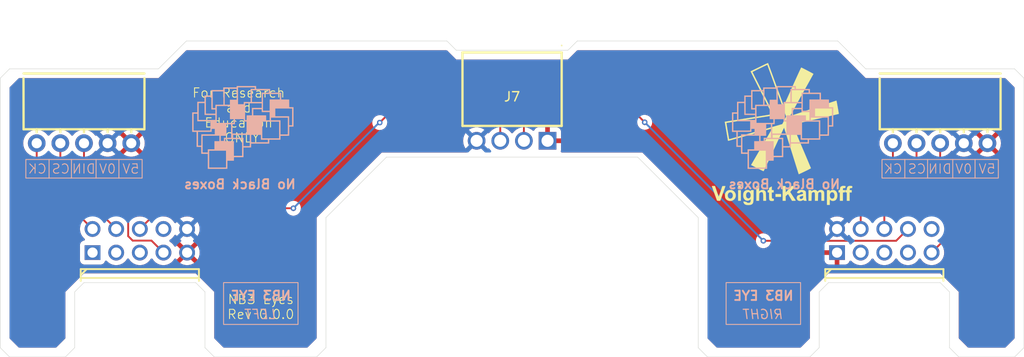
<source format=kicad_pcb>
(kicad_pcb (version 20240108) (generator "pcbnew") (generator_version "8.0")
  (title_block (title "NB3 Eye PCB") (date "2025-01-23") (rev "0.0.1") (company "Voight-Kampff"))
  (layers (0 "F.Cu" signal) (31 "B.Cu" signal) (34 "B.Paste" user) (35 "F.Paste" user) (36 "B.SilkS" user "B.Silkscreen") (37 "F.SilkS" user "F.Silkscreen") (38 "B.Mask" user) (39 "F.Mask" user) (44 "Edge.Cuts" user))
  (net 0 "")
  (net 1 "/rA")
  (net 2 "+5V")
  (net 3 "/rB")
  (net 4 "/rC")
  (net 5 "/rH")
  (net 6 "/rG")
  (net 7 "GND")
  (net 8 "/rF")
  (net 9 "/rD")
  (net 10 "/lA")
  (net 11 "/lG")
  (net 12 "/lB")
  (net 13 "/lC")
  (net 14 "/rE")
  (net 15 "/lD")
  (net 16 "/lH")
  (net 17 "/lE")
  (net 18 "/lF")
  (footprint "NB3_eyes:SocketHeader_Female_TH_Side_1x5_C2897387" (layer "F.Cu") (at 211.08001 85.979997 180)
    (property "Reference" "J4" (hide yes))
    (property "Value" "Socket_1x5_side" (hide yes))
    (pad "1" thru_hole circle (at -5.08001 0 180) (size 1.9 1.9) (drill 1.100025) (layers "*.Cu" "*.Mask") (net 2 "+5V"))
    (pad "2" thru_hole circle (at -2.540005 0 180) (size 1.9 1.9) (drill 1.100025) (layers "*.Cu" "*.Mask") (net 7 "GND"))
    (pad "3" thru_hole circle (at 0 0 180) (size 1.9 1.9) (drill 1.100025) (layers "*.Cu" "*.Mask") (net 9 "/rD"))
    (pad "4" thru_hole circle (at 2.540005 0 180) (size 1.9 1.9) (drill 1.100025) (layers "*.Cu" "*.Mask") (net 8 "/rF"))
    (pad "5" thru_hole circle (at 5.08001 0 180) (size 1.9 1.9) (drill 1.100025) (layers "*.Cu" "*.Mask") (net 14 "/rE"))
  )
  (footprint "NB3_eyes:PinHeader_Male_TH_Side_2x5_C60563" (layer "F.Cu") (at 125.08001 96.479997)
    (property "Reference" "J1" (hide yes))
    (property "Value" "2x5_Pin_Header_side" (hide yes))
    (pad "1" thru_hole rect (at -5.08001 1.270003) (size 1.7 1.574803) (drill 1.100025) (layers "*.Cu" "*.Mask") (net 10 "/lA"))
    (pad "2" thru_hole circle (at -5.08001 -1.270003) (size 1.7 1.7) (drill 1.100025) (layers "*.Cu" "*.Mask") (net 17 "/lE"))
    (pad "3" thru_hole circle (at -2.540005 1.270003) (size 1.7 1.7) (drill 1.100025) (layers "*.Cu" "*.Mask") (net 12 "/lB"))
    (pad "4" thru_hole circle (at -2.540005 -1.270003) (size 1.7 1.7) (drill 1.100025) (layers "*.Cu" "*.Mask") (net 18 "/lF"))
    (pad "5" thru_hole circle (at 0 1.270003) (size 1.7 1.7) (drill 1.100025) (layers "*.Cu" "*.Mask") (net 13 "/lC"))
    (pad "6" thru_hole circle (at 0 -1.270003) (size 1.7 1.7) (drill 1.100025) (layers "*.Cu" "*.Mask") (net 11 "/lG"))
    (pad "7" thru_hole circle (at 2.540005 1.270003) (size 1.7 1.7) (drill 1.100025) (layers "*.Cu" "*.Mask") (net 15 "/lD"))
    (pad "8" thru_hole circle (at 2.540005 -1.270003) (size 1.7 1.7) (drill 1.100025) (layers "*.Cu" "*.Mask") (net 16 "/lH"))
    (pad "9" thru_hole circle (at 5.08001 1.270003) (size 1.7 1.7) (drill 1.100025) (layers "*.Cu" "*.Mask") (net 2 "+5V"))
    (pad "10" thru_hole circle (at 5.08001 -1.270003) (size 1.7 1.7) (drill 1.100025) (layers "*.Cu" "*.Mask") (net 7 "GND"))
  )
  (footprint "NB3_eyes:Logo_VK_15mm" (layer "F.Cu") (at 194.08001 84.979997)
    (property "Reference" "G***" (hide yes))
    (property "Value" "LOGO" (hide yes))
  )
  (footprint "NB3_eyes:PinHeader_Male_TH_Side_2x5_C60563" (layer "F.Cu") (at 205.08001 96.479997)
    (property "Reference" "J2" (hide yes))
    (property "Value" "2x5_Pin_Header_side" (hide yes))
    (pad "1" thru_hole rect (at -5.08001 1.270003) (size 1.7 1.574803) (drill 1.100025) (layers "*.Cu" "*.Mask") (net 2 "+5V"))
    (pad "2" thru_hole circle (at -5.08001 -1.270003) (size 1.7 1.7) (drill 1.100025) (layers "*.Cu" "*.Mask") (net 7 "GND"))
    (pad "3" thru_hole circle (at -2.540005 1.270003) (size 1.7 1.7) (drill 1.100025) (layers "*.Cu" "*.Mask") (net 1 "/rA"))
    (pad "4" thru_hole circle (at -2.540005 -1.270003) (size 1.7 1.7) (drill 1.100025) (layers "*.Cu" "*.Mask") (net 14 "/rE"))
    (pad "5" thru_hole circle (at 0 1.270003) (size 1.7 1.7) (drill 1.100025) (layers "*.Cu" "*.Mask") (net 3 "/rB"))
    (pad "6" thru_hole circle (at 0 -1.270003) (size 1.7 1.7) (drill 1.100025) (layers "*.Cu" "*.Mask") (net 8 "/rF"))
    (pad "7" thru_hole circle (at 2.540005 1.270003) (size 1.7 1.7) (drill 1.100025) (layers "*.Cu" "*.Mask") (net 4 "/rC"))
    (pad "8" thru_hole circle (at 2.540005 -1.270003) (size 1.7 1.7) (drill 1.100025) (layers "*.Cu" "*.Mask") (net 6 "/rG"))
    (pad "9" thru_hole circle (at 5.08001 1.270003) (size 1.7 1.7) (drill 1.100025) (layers "*.Cu" "*.Mask") (net 9 "/rD"))
    (pad "10" thru_hole circle (at 5.08001 -1.270003) (size 1.7 1.7) (drill 1.100025) (layers "*.Cu" "*.Mask") (net 5 "/rH"))
  )
  (footprint "NB3_eyes:SocketHeader_Female_TH_Side_1x5_C2897387" (layer "F.Cu") (at 119.08001 85.979997 180)
    (property "Reference" "J3" (hide yes))
    (property "Value" "Socket_1x5_side" (hide yes))
    (pad "1" thru_hole circle (at -5.08001 0 180) (size 1.9 1.9) (drill 1.100025) (layers "*.Cu" "*.Mask") (net 2 "+5V"))
    (pad "2" thru_hole circle (at -2.540005 0 180) (size 1.9 1.9) (drill 1.100025) (layers "*.Cu" "*.Mask") (net 7 "GND"))
    (pad "3" thru_hole circle (at 0 0 180) (size 1.9 1.9) (drill 1.100025) (layers "*.Cu" "*.Mask") (net 15 "/lD"))
    (pad "4" thru_hole circle (at 2.540005 0 180) (size 1.9 1.9) (drill 1.100025) (layers "*.Cu" "*.Mask") (net 18 "/lF"))
    (pad "5" thru_hole circle (at 5.08001 0 180) (size 1.9 1.9) (drill 1.100025) (layers "*.Cu" "*.Mask") (net 17 "/lE"))
  )
  (footprint "NB3_eyes:SocketHeader_Female_TH_Side_1x4_C5252508" (layer "F.Cu") (at 165.080023 85.718485 180)
    (property "Reference" "J7" (at 0.000012 4.738488 0) (layer "F.SilkS"))
    (property "Value" "Socket_1x4_Side")
    (pad "1" thru_hole rect (at -3.810008 0 180) (size 1.9 1.9) (drill 1.300025) (layers "*.Cu" "*.Mask") (net 2 "+5V"))
    (pad "2" thru_hole circle (at -1.270003 0 180) (size 1.9 1.9) (drill 1.300025) (layers "*.Cu" "*.Mask") (net 6 "/rG"))
    (pad "3" thru_hole circle (at 1.270003 0 180) (size 1.9 1.9) (drill 1.300025) (layers "*.Cu" "*.Mask") (net 11 "/lG"))
    (pad "4" thru_hole circle (at 3.810008 0 180) (size 1.9 1.9) (drill 1.300025) (layers "*.Cu" "*.Mask") (net 7 "GND"))
  )
  (footprint "NB3_eyes:Logo_NBB_15mm" (layer "B.Cu") (at 194.08001 83.979997 180)
    (property "Reference" "G***" (hide yes))
    (property "Value" "LOGO" (hide yes))
  )
  (footprint "NB3_eyes:Logo_NBB_15mm" (layer "B.Cu") (at 136.08001 83.979997 180)
    (property "Reference" "G***" (hide yes))
    (property "Value" "LOGO" (hide yes))
  )
  (gr_line (start 115.33001 89.729997) (end 115.33001 87.729997) (stroke (width 0.1)) (layer "B.SilkS"))
  (gr_rect (start 134.08001 100.979997) (end 142.08001 105.479997) (stroke (width 0.1)) (fill none) (layer "B.SilkS"))
  (gr_rect (start 188.08001 100.979997) (end 196.08001 105.479997) (stroke (width 0.1)) (fill none) (layer "B.SilkS"))
  (gr_line (start 209.73001 89.729997) (end 209.73001 87.729997) (stroke (width 0.1)) (layer "B.SilkS"))
  (gr_line (start 117.73001 89.729997) (end 117.73001 87.729997) (stroke (width 0.1)) (layer "B.SilkS"))
  (gr_line (start 214.83001 89.729997) (end 214.83001 87.729997) (stroke (width 0.1)) (layer "B.SilkS"))
  (gr_line (start 207.28001 89.729997) (end 207.28001 87.729997) (stroke (width 0.1)) (layer "B.SilkS"))
  (gr_line (start 120.38001 89.729997) (end 120.38001 87.729997) (stroke (width 0.1)) (layer "B.SilkS"))
  (gr_line (start 122.83001 89.729997) (end 122.83001 87.729997) (stroke (width 0.1)) (layer "B.SilkS"))
  (gr_line (start 212.43001 89.729997) (end 212.43001 87.729997) (stroke (width 0.1)) (layer "B.SilkS"))
  (gr_rect (start 204.83001 87.729997) (end 217.33001 89.729997) (stroke (width 0.1)) (fill none) (layer "B.SilkS"))
  (gr_rect (start 112.83001 87.729997) (end 125.33001 89.729997) (stroke (width 0.1)) (fill none) (layer "B.SilkS"))
  (gr_line (start 145.08001 107.979997) (end 144.08001 108.979997) (stroke (width 0.05)) (layer "Edge.Cuts"))
  (gr_line (start 178.58001 87.479997) (end 185.08001 93.979997) (stroke (width 0.05)) (layer "Edge.Cuts"))
  (gr_line (start 145.08001 93.979997) (end 151.58001 87.479997) (stroke (width 0.05)) (layer "Edge.Cuts"))
  (gr_line (start 111.08001 77.979997) (end 127.08001 77.979997) (stroke (width 0.05)) (layer "Edge.Cuts"))
  (gr_line (start 220.08001 78.979997) (end 220.08001 107.979997) (stroke (width 0.05)) (layer "Edge.Cuts"))
  (gr_line (start 127.08001 77.979997) (end 130.08001 74.979997) (stroke (width 0.05)) (layer "Edge.Cuts"))
  (gr_line (start 111.08001 108.979997) (end 117.08001 108.979997) (stroke (width 0.05)) (layer "Edge.Cuts"))
  (gr_line (start 119.08001 100.979997) (end 118.08001 101.979997) (stroke (width 0.05)) (layer "Edge.Cuts"))
  (gr_line (start 131.08001 100.979997) (end 119.08001 100.979997) (stroke (width 0.05)) (layer "Edge.Cuts"))
  (gr_line (start 199.08001 100.979997) (end 211.08001 100.979997) (stroke (width 0.05)) (layer "Edge.Cuts"))
  (gr_line (start 185.08001 107.979997) (end 186.08001 108.979997) (stroke (width 0.05)) (layer "Edge.Cuts"))
  (gr_line (start 159.080011 75.979997) (end 171.080011 75.979997) (stroke (width 0.05)) (layer "Edge.Cuts"))
  (gr_line (start 133.08001 108.979997) (end 132.08001 107.979997) (stroke (width 0.05)) (layer "Edge.Cuts"))
  (gr_line (start 110.08001 78.979997) (end 110.08001 107.979997) (stroke (width 0.05)) (layer "Edge.Cuts"))
  (gr_line (start 185.08001 93.979997) (end 185.08001 107.979997) (stroke (width 0.05)) (layer "Edge.Cuts"))
  (gr_line (start 172.080009 74.979997) (end 200.08001 74.979997) (stroke (width 0.05)) (layer "Edge.Cuts"))
  (gr_line (start 197.08001 108.979997) (end 198.08001 107.979997) (stroke (width 0.05)) (layer "Edge.Cuts"))
  (gr_line (start 158.080011 74.979997) (end 130.08001 74.979997) (stroke (width 0.05)) (layer "Edge.Cuts"))
  (gr_line (start 219.08001 77.979997) (end 220.08001 78.979997) (stroke (width 0.05)) (layer "Edge.Cuts"))
  (gr_line (start 203.08001 77.979997) (end 200.08001 74.979997) (stroke (width 0.05)) (layer "Edge.Cuts"))
  (gr_line (start 219.08001 108.979997) (end 213.08001 108.979997) (stroke (width 0.05)) (layer "Edge.Cuts"))
  (gr_line (start 144.08001 108.979997) (end 133.08001 108.979997) (stroke (width 0.05)) (layer "Edge.Cuts"))
  (gr_line (start 186.08001 108.979997) (end 197.08001 108.979997) (stroke (width 0.05)) (layer "Edge.Cuts"))
  (gr_line (start 198.08001 101.979997) (end 199.08001 100.979997) (stroke (width 0.05)) (layer "Edge.Cuts"))
  (gr_line (start 171.080011 75.979997) (end 172.080011 74.979997) (stroke (width 0.05)) (layer "Edge.Cuts"))
  (gr_line (start 111.08001 77.979997) (end 110.08001 78.979997) (stroke (width 0.05)) (layer "Edge.Cuts"))
  (gr_line (start 118.08001 101.979997) (end 118.08001 107.979997) (stroke (width 0.05)) (layer "Edge.Cuts"))
  (gr_line (start 198.08001 107.979997) (end 198.08001 101.979997) (stroke (width 0.05)) (layer "Edge.Cuts"))
  (gr_line (start 132.08001 101.979997) (end 131.08001 100.979997) (stroke (width 0.05)) (layer "Edge.Cuts"))
  (gr_line (start 212.08001 101.979997) (end 212.08001 107.979997) (stroke (width 0.05)) (layer "Edge.Cuts"))
  (gr_line (start 132.08001 107.979997) (end 132.08001 101.979997) (stroke (width 0.05)) (layer "Edge.Cuts"))
  (gr_line (start 151.58001 87.479997) (end 178.58001 87.479997) (stroke (width 0.05)) (layer "Edge.Cuts"))
  (gr_line (start 212.08001 107.979997) (end 213.08001 108.979997) (stroke (width 0.05)) (layer "Edge.Cuts"))
  (gr_line (start 110.08001 107.979997) (end 111.08001 108.979997) (stroke (width 0.05)) (layer "Edge.Cuts"))
  (gr_line (start 211.08001 100.979997) (end 212.08001 101.979997) (stroke (width 0.05)) (layer "Edge.Cuts"))
  (gr_line (start 118.08001 107.979997) (end 117.08001 108.979997) (stroke (width 0.05)) (layer "Edge.Cuts"))
  (gr_line (start 220.08001 107.979997) (end 219.08001 108.979997) (stroke (width 0.05)) (layer "Edge.Cuts"))
  (gr_line (start 219.08001 77.979997) (end 203.08001 77.979997) (stroke (width 0.05)) (layer "Edge.Cuts"))
  (gr_line (start 145.08001 93.979997) (end 145.08001 107.979997) (stroke (width 0.05)) (layer "Edge.Cuts"))
  (gr_line (start 159.080011 75.979997) (end 158.080011 74.979997) (stroke (width 0.05)) (layer "Edge.Cuts"))
  (gr_text "CS" (at 209.63001 89.329997 0) (layer "B.SilkS") (effects (font (size 1 1) (thickness 0.1)) (justify left bottom mirror)))
  (gr_text "0V" (at 214.58001 89.329997 0) (layer "B.SilkS") (effects (font (size 1 1) (thickness 0.1)) (justify left bottom mirror)))
  (gr_text "5V" (at 217.08001 89.329997 0) (layer "B.SilkS") (effects (font (size 1 1) (thickness 0.1)) (justify left bottom mirror)))
  (gr_text "0V" (at 122.58001 89.329997 -0) (layer "B.SilkS") (effects (font (size 1 1) (thickness 0.1)) (justify left bottom mirror)))
  (gr_text "DIN" (at 120.38001 89.329997 -0) (layer "B.SilkS") (effects (font (size 1 1) (thickness 0.1)) (justify left bottom mirror)))
  (gr_text "CK" (at 115.13001 89.329997 -0) (layer "B.SilkS") (effects (font (size 1 1) (thickness 0.1)) (justify left bottom mirror)))
  (gr_text "LEFT" (at 138.08001 104.979997 0) (layer "B.SilkS") (effects (font (size 1 1) (thickness 0.125) (italic yes)) (justify bottom mirror)))
  (gr_text "CS" (at 117.63001 89.329997 -0) (layer "B.SilkS") (effects (font (size 1 1) (thickness 0.1)) (justify left bottom mirror)))
  (gr_text "NB3 EYE" (at 192.08001 102.979997 0) (layer "B.SilkS") (effects (font (size 1 1) (thickness 0.2) (bold yes)) (justify bottom mirror)))
  (gr_text "CK" (at 207.08001 89.329997 0) (layer "B.SilkS") (effects (font (size 1 1) (thickness 0.1)) (justify left bottom mirror)))
  (gr_text "DIN" (at 212.38001 89.329997 0) (layer "B.SilkS") (effects (font (size 1 1) (thickness 0.1)) (justify left bottom mirror)))
  (gr_text "NB3 EYE" (at 138.08001 102.979997 -0) (layer "B.SilkS") (effects (font (size 1 1) (thickness 0.2) (bold yes)) (justify bottom mirror)))
  (gr_text "RIGHT" (at 192.08001 104.979997 0) (layer "B.SilkS") (effects (font (size 1 1) (thickness 0.125) (italic yes)) (justify bottom mirror)))
  (gr_text "No Black Boxes" (at 135.83001 90.979997 0) (layer "B.SilkS") (effects (font (size 1 1) (thickness 0.2) (bold yes)) (justify bottom mirror)))
  (gr_text "5V" (at 125.08001 89.329997 -0) (layer "B.SilkS") (effects (font (size 1 1) (thickness 0.1)) (justify left bottom mirror)))
  (gr_text "No Black Boxes" (at 194.33001 90.979997 0) (layer "B.SilkS") (effects (font (size 1 1) (thickness 0.2) (bold yes)) (justify bottom mirror)))
  (gr_text "NB3 Eyes\nRev 0.0.0" (at 138.08001 104.979997 0) (layer "F.SilkS") (effects (font (size 1 1) (thickness 0.1)) (justify bottom)))
  (gr_text "For Research \nand \nEducation \nONLY" (at 136.08001 85.979997 0) (layer "F.SilkS") (effects (font (size 1 1) (thickness 0.1)) (justify bottom)))
  (segment (start 206.350012 96.479997) (end 192.08001 96.479997) (width 0.2) (layer "F.Cu") (net 6))
  (segment (start 179.33001 83.729997) (end 177.83001 82.229997) (width 0.2) (layer "F.Cu") (net 6))
  (segment (start 168.08001 82.229997) (end 166.350026 83.959981) (width 0.2) (layer "F.Cu") (net 6))
  (segment (start 207.620015 95.209994) (end 206.350012 96.479997) (width 0.2) (layer "F.Cu") (net 6))
  (segment (start 166.350026 83.959981) (end 166.350026 85.718485) (width 0.2) (layer "F.Cu") (net 6))
  (segment (start 177.83001 82.229997) (end 168.08001 82.229997) (width 0.2) (layer "F.Cu") (net 6))
  (via (at 179.33001 83.729997) (size 0.6) (drill 0.3) (layers "F.Cu" "B.Cu") (net 6))
  (via (at 192.08001 96.479997) (size 0.6) (drill 0.3) (layers "F.Cu" "B.Cu") (net 6))
  (segment (start 179.33001 83.729997) (end 192.08001 96.479997) (width 0.2) (layer "B.Cu") (net 6))
  (segment (start 208.540005 89.770002) (end 205.08001 93.229997) (width 0.2) (layer "F.Cu") (net 8))
  (segment (start 205.08001 93.229997) (end 205.08001 95.209994) (width 0.2) (layer "F.Cu") (net 8))
  (segment (start 208.540005 85.979997) (end 208.540005 89.770002) (width 0.2) (layer "F.Cu") (net 8))
  (segment (start 211.83001 96.08001) (end 210.16002 97.75) (width 0.2) (layer "F.Cu") (net 9))
  (segment (start 211.08001 85.979997) (end 211.08001 93.729997) (width 0.2) (layer "F.Cu") (net 9))
  (segment (start 211.08001 93.729997) (end 211.83001 94.479997) (width 0.2) (layer "F.Cu") (net 9))
  (segment (start 211.83001 94.479997) (end 211.83001 96.08001) (width 0.2) (layer "F.Cu") (net 9))
  (segment (start 141.64251 92.979997) (end 141.58001 92.979997) (width 0.2) (layer "F.Cu") (net 11))
  (segment (start 163.81002 85.718485) (end 163.81002 83.960007) (width 0.2) (layer "F.Cu") (net 11))
  (segment (start 162.08001 82.229997) (end 152.39251 82.229997) (width 0.2) (layer "F.Cu") (net 11))
  (segment (start 163.81002 83.960007) (end 162.08001 82.229997) (width 0.2) (layer "F.Cu") (net 11))
  (segment (start 152.39251 82.229997) (end 150.86126 83.761247) (width 0.2) (layer "F.Cu") (net 11))
  (segment (start 127.310007 92.979997) (end 125.08001 95.209994) (width 0.2) (layer "F.Cu") (net 11))
  (segment (start 141.58001 92.979997) (end 127.310007 92.979997) (width 0.2) (layer "F.Cu") (net 11))
  (via (at 150.86126 83.761247) (size 0.6) (drill 0.3) (layers "F.Cu" "B.Cu") (net 11))
  (via (at 141.58001 92.979997) (size 0.6) (drill 0.3) (layers "F.Cu" "B.Cu") (net 11))
  (segment (start 150.86126 83.761247) (end 150.79876 83.761247) (width 0.2) (layer "B.Cu") (net 11))
  (segment (start 150.79876 83.761247) (end 141.58001 92.979997) (width 0.2) (layer "B.Cu") (net 11))
  (segment (start 202.540005 93.270002) (end 202.540005 95.209994) (width 0.2) (layer "F.Cu") (net 14))
  (segment (start 206 85.979997) (end 206 89.810007) (width 0.2) (layer "F.Cu") (net 14))
  (segment (start 206 89.810007) (end 202.540005 93.270002) (width 0.2) (layer "F.Cu") (net 14))
  (segment (start 124.310008 96.459995) (end 126.33001 96.459995) (width 0.2) (layer "F.Cu") (net 15))
  (segment (start 119.08001 85.979997) (end 119.08001 89.479997) (width 0.2) (layer "F.Cu") (net 15))
  (segment (start 119.08001 89.479997) (end 123.83001 94.229997) (width 0.2) (layer "F.Cu") (net 15))
  (segment (start 126.33001 96.459995) (end 127.620015 97.75) (width 0.2) (layer "F.Cu") (net 15))
  (segment (start 123.83001 95.979997) (end 124.310008 96.459995) (width 0.2) (layer "F.Cu") (net 15))
  (segment (start 123.83001 94.229997) (end 123.83001 95.979997) (width 0.2) (layer "F.Cu") (net 15))
  (segment (start 114 85.979997) (end 114 89.209994) (width 0.2) (layer "F.Cu") (net 17))
  (segment (start 114 89.209994) (end 120 95.209994) (width 0.2) (layer "F.Cu") (net 17))
  (segment (start 116.540005 89.209994) (end 122.540005 95.209994) (width 0.2) (layer "F.Cu") (net 18))
  (segment (start 116.540005 85.979997) (end 116.540005 89.209994) (width 0.2) (layer "F.Cu") (net 18))
  (zone (net 2) (net_name "+5V") (layer "F.Cu") (connect_pads (clearance 0.5)) (min_thickness 0.25) (fill yes (thermal_gap 0.5) (thermal_bridge_width 0.5))
    (polygon (pts (xy 111.08001 79.979997) (xy 112.08001 78.979997) (xy 127.08001 78.979997) (xy 130.08001 75.979997) (xy 158.08001 75.979997) (xy 159.08001 76.979997) (xy 171.08001 76.979997) (xy 172.08001 75.979997) (xy 200.08001 75.979997) (xy 203.08001 78.979997) (xy 218.08001 78.979997) (xy 219.08001 79.979997) (xy 219.08001 106.979997) (xy 218.08001 107.979997) (xy 214.08001 107.979997) (xy 213.08001 106.979997) (xy 213.08001 101.979997) (xy 211.08001 99.979997) (xy 199.08001 99.979997) (xy 197.08001 101.979997) (xy 197.08001 106.979997) (xy 196.08001 107.979997) (xy 187.08001 107.979997) (xy 186.08001 106.979997) (xy 186.08001 93.979997) (xy 179.08001 86.979997) (xy 151.08001 86.979997) (xy 144.08001 93.979997) (xy 144.08001 106.979997) (xy 143.08001 107.979997) (xy 134.08001 107.979997) (xy 133.08001 106.979997) (xy 133.08001 101.979997) (xy 131.08001 99.979997) (xy 119.08001 99.979997) (xy 117.08001 101.979997) (xy 117.08001 106.979997) (xy 116.08001 107.979997) (xy 112.08001 107.979997) (xy 111.08001 106.979997)))
  )
  (zone (net 7) (net_name "GND") (layer "B.Cu") (connect_pads (clearance 0.5)) (min_thickness 0.25) (fill yes (thermal_gap 0.5) (thermal_bridge_width 0.5))
    (polygon (pts (xy 111.08001 79.979997) (xy 112.08001 78.979997) (xy 127.08001 78.979997) (xy 130.08001 75.979997) (xy 158.08001 75.979997) (xy 159.08001 76.979997) (xy 171.08001 76.979997) (xy 172.08001 75.979997) (xy 200.08001 75.979997) (xy 203.08001 78.979997) (xy 218.08001 78.979997) (xy 219.08001 79.979997) (xy 219.08001 106.979997) (xy 218.08001 107.979997) (xy 214.08001 107.979997) (xy 213.08001 106.979997) (xy 213.08001 101.979997) (xy 211.08001 99.979997) (xy 199.08001 99.979997) (xy 197.08001 101.979997) (xy 197.08001 106.979997) (xy 196.08001 107.979997) (xy 187.08001 107.979997) (xy 186.08001 106.979997) (xy 186.08001 93.979997) (xy 179.08001 86.979997) (xy 151.08001 86.979997) (xy 144.08001 93.979997) (xy 144.08001 106.979997) (xy 143.08001 107.979997) (xy 134.08001 107.979997) (xy 133.08001 106.979997) (xy 133.08001 101.979997) (xy 131.08001 99.979997) (xy 119.08001 99.979997) (xy 117.08001 101.979997) (xy 117.08001 106.979997) (xy 116.08001 107.979997) (xy 112.08001 107.979997) (xy 111.08001 106.979997)))
  )
)
</source>
